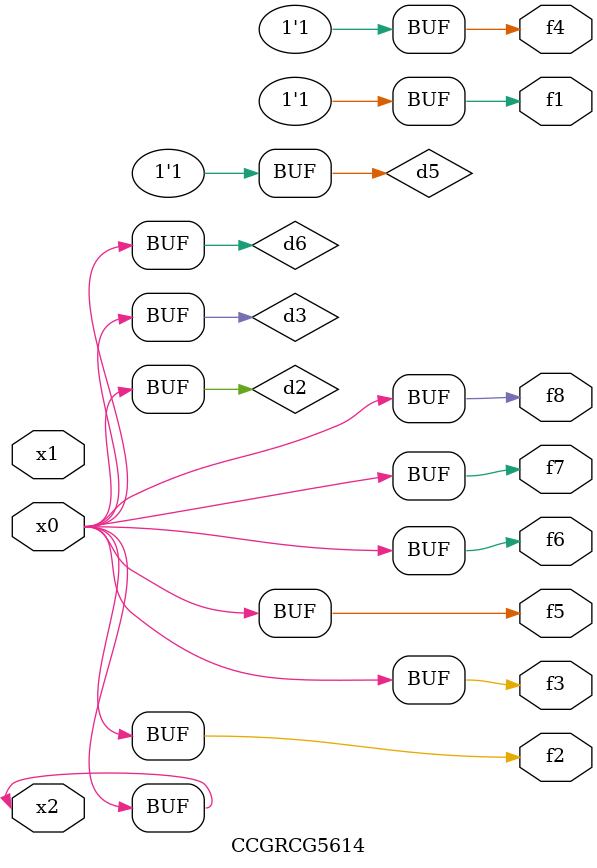
<source format=v>
module CCGRCG5614(
	input x0, x1, x2,
	output f1, f2, f3, f4, f5, f6, f7, f8
);

	wire d1, d2, d3, d4, d5, d6;

	xnor (d1, x2);
	buf (d2, x0, x2);
	and (d3, x0);
	xnor (d4, x1, x2);
	nand (d5, d1, d3);
	buf (d6, d2, d3);
	assign f1 = d5;
	assign f2 = d6;
	assign f3 = d6;
	assign f4 = d5;
	assign f5 = d6;
	assign f6 = d6;
	assign f7 = d6;
	assign f8 = d6;
endmodule

</source>
